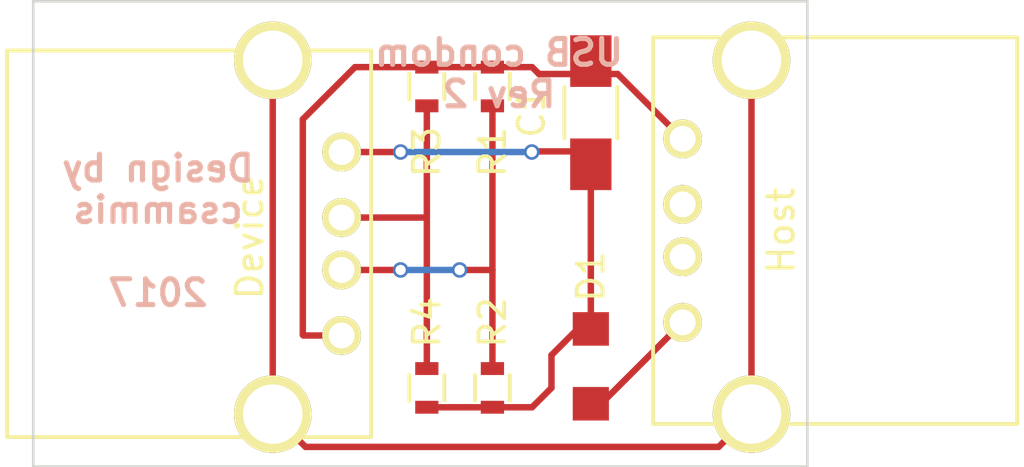
<source format=kicad_pcb>
(kicad_pcb (version 4) (host pcbnew 4.0.4-stable)

  (general
    (links 16)
    (no_connects 0)
    (area 146.761999 100.533999 176.834001 118.668001)
    (thickness 1.6)
    (drawings 8)
    (tracks 43)
    (zones 0)
    (modules 8)
    (nets 9)
  )

  (page A4)
  (layers
    (0 F.Cu signal)
    (31 B.Cu signal)
    (32 B.Adhes user)
    (33 F.Adhes user)
    (34 B.Paste user)
    (35 F.Paste user)
    (36 B.SilkS user)
    (37 F.SilkS user)
    (38 B.Mask user)
    (39 F.Mask user)
    (40 Dwgs.User user)
    (41 Cmts.User user)
    (42 Eco1.User user)
    (43 Eco2.User user)
    (44 Edge.Cuts user)
    (45 Margin user)
    (46 B.CrtYd user)
    (47 F.CrtYd user)
    (48 B.Fab user)
    (49 F.Fab user)
  )

  (setup
    (last_trace_width 0.25)
    (trace_clearance 0.2)
    (zone_clearance 0.508)
    (zone_45_only no)
    (trace_min 0.2)
    (segment_width 0.2)
    (edge_width 0.1)
    (via_size 0.6)
    (via_drill 0.4)
    (via_min_size 0.4)
    (via_min_drill 0.3)
    (uvia_size 0.3)
    (uvia_drill 0.1)
    (uvias_allowed no)
    (uvia_min_size 0.2)
    (uvia_min_drill 0.1)
    (pcb_text_width 0.3)
    (pcb_text_size 1.5 1.5)
    (mod_edge_width 0.15)
    (mod_text_size 1 1)
    (mod_text_width 0.15)
    (pad_size 1.5 1.5)
    (pad_drill 0.6)
    (pad_to_mask_clearance 0)
    (aux_axis_origin 0 0)
    (visible_elements FFFFFF7F)
    (pcbplotparams
      (layerselection 0x00030_80000001)
      (usegerberextensions false)
      (excludeedgelayer true)
      (linewidth 0.100000)
      (plotframeref false)
      (viasonmask false)
      (mode 1)
      (useauxorigin false)
      (hpglpennumber 1)
      (hpglpenspeed 20)
      (hpglpendiameter 15)
      (hpglpenoverlay 2)
      (psnegative false)
      (psa4output false)
      (plotreference true)
      (plotvalue true)
      (plotinvisibletext false)
      (padsonsilk false)
      (subtractmaskfromsilk false)
      (outputformat 1)
      (mirror false)
      (drillshape 1)
      (scaleselection 1)
      (outputdirectory ""))
  )

  (net 0 "")
  (net 1 /VCCphone)
  (net 2 /GND)
  (net 3 /VCC)
  (net 4 "Net-(P1-Pad3)")
  (net 5 "Net-(P1-Pad2)")
  (net 6 /D+)
  (net 7 /D-)
  (net 8 /SHLD)

  (net_class Default "This is the default net class."
    (clearance 0.2)
    (trace_width 0.25)
    (via_dia 0.6)
    (via_drill 0.4)
    (uvia_dia 0.3)
    (uvia_drill 0.1)
    (add_net /D+)
    (add_net /D-)
    (add_net /GND)
    (add_net /SHLD)
    (add_net /VCC)
    (add_net /VCCphone)
    (add_net "Net-(P1-Pad2)")
    (add_net "Net-(P1-Pad3)")
  )

  (module Library:DO-219AB (layer F.Cu) (tedit 59E2D530) (tstamp 59C3074F)
    (at 170.942 113.284 270)
    (path /58C0BEC8)
    (fp_text reference D1 (at -2.032 2.54 270) (layer F.SilkS)
      (effects (font (size 1 1) (thickness 0.15)))
    )
    (fp_text value SR206 (at 1.524 0 270) (layer F.Fab)
      (effects (font (size 1 1) (thickness 0.15)))
    )
    (pad 1 smd rect (at 0 2.54 270) (size 1.3 1.4) (layers F.Cu F.Paste F.Mask)
      (net 1 /VCCphone))
    (pad 2 smd rect (at 2.9 2.54 270) (size 1.3 1.4) (layers F.Cu F.Paste F.Mask)
      (net 3 /VCC))
  )

  (module Resistors_SMD:R_0603 (layer F.Cu) (tedit 59E2D78C) (tstamp 59C3077F)
    (at 164.592 103.886 270)
    (descr "Resistor SMD 0603, reflow soldering, Vishay (see dcrcw.pdf)")
    (tags "resistor 0603")
    (path /58C0C050)
    (attr smd)
    (fp_text reference R1 (at 2.54 0 270) (layer F.SilkS)
      (effects (font (size 1 1) (thickness 0.15)))
    )
    (fp_text value 75K (at 0 1.9 270) (layer F.Fab)
      (effects (font (size 1 1) (thickness 0.15)))
    )
    (fp_line (start -1.3 -0.8) (end 1.3 -0.8) (layer F.CrtYd) (width 0.05))
    (fp_line (start -1.3 0.8) (end 1.3 0.8) (layer F.CrtYd) (width 0.05))
    (fp_line (start -1.3 -0.8) (end -1.3 0.8) (layer F.CrtYd) (width 0.05))
    (fp_line (start 1.3 -0.8) (end 1.3 0.8) (layer F.CrtYd) (width 0.05))
    (fp_line (start 0.5 0.675) (end -0.5 0.675) (layer F.SilkS) (width 0.15))
    (fp_line (start -0.5 -0.675) (end 0.5 -0.675) (layer F.SilkS) (width 0.15))
    (pad 1 smd rect (at -0.75 0 270) (size 0.5 0.9) (layers F.Cu F.Paste F.Mask)
      (net 2 /GND))
    (pad 2 smd rect (at 0.75 0 270) (size 0.5 0.9) (layers F.Cu F.Paste F.Mask)
      (net 6 /D+))
    (model Resistors_SMD.3dshapes/R_0603.wrl
      (at (xyz 0 0 0))
      (scale (xyz 1 1 1))
      (rotate (xyz 0 0 0))
    )
  )

  (module Resistors_SMD:R_0603 (layer F.Cu) (tedit 59E2D5AE) (tstamp 59C3078B)
    (at 164.592 115.57 270)
    (descr "Resistor SMD 0603, reflow soldering, Vishay (see dcrcw.pdf)")
    (tags "resistor 0603")
    (path /58C0C0A1)
    (attr smd)
    (fp_text reference R2 (at -2.54 0 270) (layer F.SilkS)
      (effects (font (size 1 1) (thickness 0.15)))
    )
    (fp_text value 49.9K (at 0 1.9 270) (layer F.Fab)
      (effects (font (size 1 1) (thickness 0.15)))
    )
    (fp_line (start -1.3 -0.8) (end 1.3 -0.8) (layer F.CrtYd) (width 0.05))
    (fp_line (start -1.3 0.8) (end 1.3 0.8) (layer F.CrtYd) (width 0.05))
    (fp_line (start -1.3 -0.8) (end -1.3 0.8) (layer F.CrtYd) (width 0.05))
    (fp_line (start 1.3 -0.8) (end 1.3 0.8) (layer F.CrtYd) (width 0.05))
    (fp_line (start 0.5 0.675) (end -0.5 0.675) (layer F.SilkS) (width 0.15))
    (fp_line (start -0.5 -0.675) (end 0.5 -0.675) (layer F.SilkS) (width 0.15))
    (pad 1 smd rect (at -0.75 0 270) (size 0.5 0.9) (layers F.Cu F.Paste F.Mask)
      (net 6 /D+))
    (pad 2 smd rect (at 0.75 0 270) (size 0.5 0.9) (layers F.Cu F.Paste F.Mask)
      (net 1 /VCCphone))
    (model Resistors_SMD.3dshapes/R_0603.wrl
      (at (xyz 0 0 0))
      (scale (xyz 1 1 1))
      (rotate (xyz 0 0 0))
    )
  )

  (module Resistors_SMD:R_0603 (layer F.Cu) (tedit 59E2D78A) (tstamp 59C30797)
    (at 162.052 103.886 270)
    (descr "Resistor SMD 0603, reflow soldering, Vishay (see dcrcw.pdf)")
    (tags "resistor 0603")
    (path /599E2A61)
    (attr smd)
    (fp_text reference R3 (at 2.54 0 270) (layer F.SilkS)
      (effects (font (size 1 1) (thickness 0.15)))
    )
    (fp_text value 59K (at 0 1.9 270) (layer F.Fab)
      (effects (font (size 1 1) (thickness 0.15)))
    )
    (fp_line (start -1.3 -0.8) (end 1.3 -0.8) (layer F.CrtYd) (width 0.05))
    (fp_line (start -1.3 0.8) (end 1.3 0.8) (layer F.CrtYd) (width 0.05))
    (fp_line (start -1.3 -0.8) (end -1.3 0.8) (layer F.CrtYd) (width 0.05))
    (fp_line (start 1.3 -0.8) (end 1.3 0.8) (layer F.CrtYd) (width 0.05))
    (fp_line (start 0.5 0.675) (end -0.5 0.675) (layer F.SilkS) (width 0.15))
    (fp_line (start -0.5 -0.675) (end 0.5 -0.675) (layer F.SilkS) (width 0.15))
    (pad 1 smd rect (at -0.75 0 270) (size 0.5 0.9) (layers F.Cu F.Paste F.Mask)
      (net 2 /GND))
    (pad 2 smd rect (at 0.75 0 270) (size 0.5 0.9) (layers F.Cu F.Paste F.Mask)
      (net 7 /D-))
    (model Resistors_SMD.3dshapes/R_0603.wrl
      (at (xyz 0 0 0))
      (scale (xyz 1 1 1))
      (rotate (xyz 0 0 0))
    )
  )

  (module Resistors_SMD:R_0603 (layer F.Cu) (tedit 59E2D5B2) (tstamp 59C307A3)
    (at 162.052 115.57 270)
    (descr "Resistor SMD 0603, reflow soldering, Vishay (see dcrcw.pdf)")
    (tags "resistor 0603")
    (path /599E2AB2)
    (attr smd)
    (fp_text reference R4 (at -2.54 0 270) (layer F.SilkS)
      (effects (font (size 1 1) (thickness 0.15)))
    )
    (fp_text value 49.9K (at 0 1.9 270) (layer F.Fab)
      (effects (font (size 1 1) (thickness 0.15)))
    )
    (fp_line (start -1.3 -0.8) (end 1.3 -0.8) (layer F.CrtYd) (width 0.05))
    (fp_line (start -1.3 0.8) (end 1.3 0.8) (layer F.CrtYd) (width 0.05))
    (fp_line (start -1.3 -0.8) (end -1.3 0.8) (layer F.CrtYd) (width 0.05))
    (fp_line (start 1.3 -0.8) (end 1.3 0.8) (layer F.CrtYd) (width 0.05))
    (fp_line (start 0.5 0.675) (end -0.5 0.675) (layer F.SilkS) (width 0.15))
    (fp_line (start -0.5 -0.675) (end 0.5 -0.675) (layer F.SilkS) (width 0.15))
    (pad 1 smd rect (at -0.75 0 270) (size 0.5 0.9) (layers F.Cu F.Paste F.Mask)
      (net 7 /D-))
    (pad 2 smd rect (at 0.75 0 270) (size 0.5 0.9) (layers F.Cu F.Paste F.Mask)
      (net 1 /VCCphone))
    (model Resistors_SMD.3dshapes/R_0603.wrl
      (at (xyz 0 0 0))
      (scale (xyz 1 1 1))
      (rotate (xyz 0 0 0))
    )
  )

  (module Connect:USB_A (layer F.Cu) (tedit 59E2D53D) (tstamp 59E2CFFB)
    (at 171.958 113.03 90)
    (descr "USB A connector")
    (tags "USB USB_A")
    (path /58C0BE71)
    (fp_text reference "" (at 3.048 -2.286 90) (layer F.SilkS)
      (effects (font (size 1 1) (thickness 0.15)))
    )
    (fp_text value To_Source (at 3.83794 7.43458 90) (layer F.Fab)
      (effects (font (size 1 1) (thickness 0.15)))
    )
    (fp_line (start -5.3 13.2) (end -5.3 -1.4) (layer F.CrtYd) (width 0.05))
    (fp_line (start 11.95 -1.4) (end 11.95 13.2) (layer F.CrtYd) (width 0.05))
    (fp_line (start -5.3 13.2) (end 11.95 13.2) (layer F.CrtYd) (width 0.05))
    (fp_line (start -5.3 -1.4) (end 11.95 -1.4) (layer F.CrtYd) (width 0.05))
    (fp_line (start 11.04986 -1.14512) (end 11.04986 12.95188) (layer F.SilkS) (width 0.15))
    (fp_line (start -3.93614 12.95188) (end -3.93614 -1.14512) (layer F.SilkS) (width 0.15))
    (fp_line (start 11.04986 -1.14512) (end -3.93614 -1.14512) (layer F.SilkS) (width 0.15))
    (fp_line (start 11.04986 12.95188) (end -3.93614 12.95188) (layer F.SilkS) (width 0.15))
    (pad 4 thru_hole circle (at 7.11286 -0.00212) (size 1.50114 1.50114) (drill 1.00076) (layers *.Cu *.Mask F.SilkS)
      (net 2 /GND))
    (pad 3 thru_hole circle (at 4.57286 -0.00212) (size 1.50114 1.50114) (drill 1.00076) (layers *.Cu *.Mask F.SilkS)
      (net 4 "Net-(P1-Pad3)"))
    (pad 2 thru_hole circle (at 2.54086 -0.00212) (size 1.50114 1.50114) (drill 1.00076) (layers *.Cu *.Mask F.SilkS)
      (net 5 "Net-(P1-Pad2)"))
    (pad 1 thru_hole circle (at 0.00086 -0.00212) (size 1.50114 1.50114) (drill 1.00076) (layers *.Cu *.Mask F.SilkS)
      (net 3 /VCC))
    (pad 5 thru_hole circle (at 10.16086 2.66488) (size 2.99974 2.99974) (drill 2.30124) (layers *.Cu *.Mask F.SilkS)
      (net 8 /SHLD))
    (pad 5 thru_hole circle (at -3.55514 2.66488) (size 2.99974 2.99974) (drill 2.30124) (layers *.Cu *.Mask F.SilkS)
      (net 8 /SHLD))
    (model Connect.3dshapes/USB_A.wrl
      (at (xyz 0.14 0 0))
      (scale (xyz 1 1 1))
      (rotate (xyz 0 0 90))
    )
  )

  (module Connect:USB_A (layer F.Cu) (tedit 59E2D546) (tstamp 59E2D00D)
    (at 158.75 106.426 270)
    (descr "USB A connector")
    (tags "USB USB_A")
    (path /58C0BB21)
    (fp_text reference "" (at 3.556 -2.286 270) (layer F.SilkS)
      (effects (font (size 1 1) (thickness 0.15)))
    )
    (fp_text value To_Phone (at 3.83794 7.43458 270) (layer F.Fab)
      (effects (font (size 1 1) (thickness 0.15)))
    )
    (fp_line (start -5.3 13.2) (end -5.3 -1.4) (layer F.CrtYd) (width 0.05))
    (fp_line (start 11.95 -1.4) (end 11.95 13.2) (layer F.CrtYd) (width 0.05))
    (fp_line (start -5.3 13.2) (end 11.95 13.2) (layer F.CrtYd) (width 0.05))
    (fp_line (start -5.3 -1.4) (end 11.95 -1.4) (layer F.CrtYd) (width 0.05))
    (fp_line (start 11.04986 -1.14512) (end 11.04986 12.95188) (layer F.SilkS) (width 0.15))
    (fp_line (start -3.93614 12.95188) (end -3.93614 -1.14512) (layer F.SilkS) (width 0.15))
    (fp_line (start 11.04986 -1.14512) (end -3.93614 -1.14512) (layer F.SilkS) (width 0.15))
    (fp_line (start 11.04986 12.95188) (end -3.93614 12.95188) (layer F.SilkS) (width 0.15))
    (pad 4 thru_hole circle (at 7.11286 -0.00212 180) (size 1.50114 1.50114) (drill 1.00076) (layers *.Cu *.Mask F.SilkS)
      (net 2 /GND))
    (pad 3 thru_hole circle (at 4.57286 -0.00212 180) (size 1.50114 1.50114) (drill 1.00076) (layers *.Cu *.Mask F.SilkS)
      (net 6 /D+))
    (pad 2 thru_hole circle (at 2.54086 -0.00212 180) (size 1.50114 1.50114) (drill 1.00076) (layers *.Cu *.Mask F.SilkS)
      (net 7 /D-))
    (pad 1 thru_hole circle (at 0.00086 -0.00212 180) (size 1.50114 1.50114) (drill 1.00076) (layers *.Cu *.Mask F.SilkS)
      (net 1 /VCCphone))
    (pad 5 thru_hole circle (at 10.16086 2.66488 180) (size 2.99974 2.99974) (drill 2.30124) (layers *.Cu *.Mask F.SilkS)
      (net 8 /SHLD))
    (pad 5 thru_hole circle (at -3.55514 2.66488 180) (size 2.99974 2.99974) (drill 2.30124) (layers *.Cu *.Mask F.SilkS)
      (net 8 /SHLD))
    (model Connect.3dshapes/USB_A.wrl
      (at (xyz 0.14 0 0))
      (scale (xyz 1 1 1))
      (rotate (xyz 0 0 90))
    )
  )

  (module Capacitors_SMD:C_1206_HandSoldering (layer F.Cu) (tedit 541A9C03) (tstamp 59E3A743)
    (at 168.402 104.902 90)
    (descr "Capacitor SMD 1206, hand soldering")
    (tags "capacitor 1206")
    (path /58C0D3FB)
    (attr smd)
    (fp_text reference C1 (at 0 -2.3 90) (layer F.SilkS)
      (effects (font (size 1 1) (thickness 0.15)))
    )
    (fp_text value 100uF (at 0 2.3 90) (layer F.Fab)
      (effects (font (size 1 1) (thickness 0.15)))
    )
    (fp_line (start -3.3 -1.15) (end 3.3 -1.15) (layer F.CrtYd) (width 0.05))
    (fp_line (start -3.3 1.15) (end 3.3 1.15) (layer F.CrtYd) (width 0.05))
    (fp_line (start -3.3 -1.15) (end -3.3 1.15) (layer F.CrtYd) (width 0.05))
    (fp_line (start 3.3 -1.15) (end 3.3 1.15) (layer F.CrtYd) (width 0.05))
    (fp_line (start 1 -1.025) (end -1 -1.025) (layer F.SilkS) (width 0.15))
    (fp_line (start -1 1.025) (end 1 1.025) (layer F.SilkS) (width 0.15))
    (pad 1 smd rect (at -2 0 90) (size 2 1.6) (layers F.Cu F.Paste F.Mask)
      (net 1 /VCCphone))
    (pad 2 smd rect (at 2 0 90) (size 2 1.6) (layers F.Cu F.Paste F.Mask)
      (net 2 /GND))
    (model Capacitors_SMD.3dshapes/C_1206_HandSoldering.wrl
      (at (xyz 0 0 0))
      (scale (xyz 1 1 1))
      (rotate (xyz 0 0 0))
    )
  )

  (gr_text Device (at 155.194 109.728 90) (layer F.SilkS)
    (effects (font (size 1 1) (thickness 0.15)))
  )
  (gr_text Host (at 175.768 109.474 90) (layer F.SilkS)
    (effects (font (size 1 1) (thickness 0.15)))
  )
  (gr_line (start 146.812 100.584) (end 176.784 100.584) (angle 90) (layer Edge.Cuts) (width 0.1))
  (gr_line (start 146.812 118.618) (end 146.812 100.584) (angle 90) (layer Edge.Cuts) (width 0.1))
  (gr_line (start 176.784 118.618) (end 146.812 118.618) (angle 90) (layer Edge.Cuts) (width 0.1))
  (gr_line (start 176.784 100.584) (end 176.784 118.618) (angle 90) (layer Edge.Cuts) (width 0.1))
  (gr_text "Design by\ncsammis\n\n2017" (at 151.638 109.474) (layer B.SilkS)
    (effects (font (size 1 1) (thickness 0.2)) (justify mirror))
  )
  (gr_text "USB condom\nRev 2" (at 164.846 103.378) (layer B.SilkS)
    (effects (font (size 1 1) (thickness 0.2)) (justify mirror))
  )

  (segment (start 158.75212 106.42686) (end 161.03514 106.42686) (width 0.25) (layer F.Cu) (net 1))
  (segment (start 166.14 106.402) (end 168.402 106.402) (width 0.25) (layer F.Cu) (net 1) (tstamp 59E2D6C2))
  (segment (start 166.116 106.426) (end 166.14 106.402) (width 0.25) (layer F.Cu) (net 1) (tstamp 59E2D6C1))
  (via (at 166.116 106.426) (size 0.6) (drill 0.4) (layers F.Cu B.Cu) (net 1))
  (segment (start 161.036 106.426) (end 166.116 106.426) (width 0.25) (layer B.Cu) (net 1) (tstamp 59E2D6BA))
  (via (at 161.036 106.426) (size 0.6) (drill 0.4) (layers F.Cu B.Cu) (net 1))
  (segment (start 161.03514 106.42686) (end 161.036 106.426) (width 0.25) (layer F.Cu) (net 1) (tstamp 59E2D6B4))
  (segment (start 162.052 116.32) (end 164.592 116.32) (width 0.25) (layer F.Cu) (net 1))
  (segment (start 168.402 113.284) (end 167.894 113.284) (width 0.25) (layer F.Cu) (net 1))
  (segment (start 167.894 113.284) (end 166.878 114.3) (width 0.25) (layer F.Cu) (net 1) (tstamp 59C32A57))
  (segment (start 166.128 116.32) (end 164.338 116.32) (width 0.25) (layer F.Cu) (net 1) (tstamp 59C32A6B))
  (segment (start 166.878 115.57) (end 166.128 116.32) (width 0.25) (layer F.Cu) (net 1) (tstamp 59C32A67))
  (segment (start 166.878 114.3) (end 166.878 115.57) (width 0.25) (layer F.Cu) (net 1) (tstamp 59C32A61))
  (segment (start 168.402 106.402) (end 168.402 113.284) (width 0.25) (layer F.Cu) (net 1))
  (segment (start 162.052 103.136) (end 159.27 103.136) (width 0.25) (layer F.Cu) (net 2))
  (segment (start 157.27486 113.53886) (end 158.75212 113.53886) (width 0.25) (layer F.Cu) (net 2) (tstamp 59E2D713))
  (segment (start 157.25 113.514) (end 157.27486 113.53886) (width 0.25) (layer F.Cu) (net 2) (tstamp 59E2D70F))
  (segment (start 157.25 105.156) (end 157.25 113.514) (width 0.25) (layer F.Cu) (net 2) (tstamp 59E2D705))
  (segment (start 159.27 103.136) (end 157.25 105.156) (width 0.25) (layer F.Cu) (net 2) (tstamp 59E2D704))
  (segment (start 164.592 103.136) (end 166.128 103.136) (width 0.25) (layer F.Cu) (net 2))
  (segment (start 166.394 103.402) (end 168.402 103.402) (width 0.25) (layer F.Cu) (net 2) (tstamp 59E2D608))
  (segment (start 166.128 103.136) (end 166.394 103.402) (width 0.25) (layer F.Cu) (net 2) (tstamp 59E2D605))
  (segment (start 162.052 103.136) (end 164.592 103.136) (width 0.25) (layer F.Cu) (net 2))
  (segment (start 168.402 103.402) (end 169.44074 103.402) (width 0.25) (layer F.Cu) (net 2))
  (segment (start 169.44074 103.402) (end 171.95588 105.91714) (width 0.25) (layer F.Cu) (net 2) (tstamp 59E2D2A9))
  (segment (start 168.402 116.184) (end 168.80102 116.184) (width 0.25) (layer F.Cu) (net 3))
  (segment (start 168.80102 116.184) (end 171.95588 113.02914) (width 0.25) (layer F.Cu) (net 3) (tstamp 59E2D2E2))
  (segment (start 158.75212 110.99886) (end 161.03514 110.99886) (width 0.25) (layer F.Cu) (net 6))
  (segment (start 163.322 110.998) (end 164.592 110.998) (width 0.25) (layer F.Cu) (net 6) (tstamp 59E2D6A2))
  (via (at 163.322 110.998) (size 0.6) (drill 0.4) (layers F.Cu B.Cu) (net 6))
  (segment (start 161.036 110.998) (end 163.322 110.998) (width 0.25) (layer B.Cu) (net 6) (tstamp 59E2D69F))
  (via (at 161.036 110.998) (size 0.6) (drill 0.4) (layers F.Cu B.Cu) (net 6))
  (segment (start 161.03514 110.99886) (end 161.036 110.998) (width 0.25) (layer F.Cu) (net 6) (tstamp 59E2D69B))
  (segment (start 164.592 104.636) (end 164.592 110.998) (width 0.25) (layer F.Cu) (net 6))
  (segment (start 164.592 110.998) (end 164.592 114.82) (width 0.25) (layer F.Cu) (net 6) (tstamp 59E2D6A5))
  (segment (start 158.75212 108.96686) (end 162.052 108.96686) (width 0.25) (layer F.Cu) (net 7))
  (segment (start 162.052 104.636) (end 162.052 108.96686) (width 0.25) (layer F.Cu) (net 7))
  (segment (start 162.052 108.96686) (end 162.052 114.82) (width 0.25) (layer F.Cu) (net 7) (tstamp 59E2D686))
  (segment (start 156.08512 102.87086) (end 156.08512 116.58686) (width 0.25) (layer F.Cu) (net 8))
  (segment (start 156.08512 116.58686) (end 157.35426 117.856) (width 0.25) (layer F.Cu) (net 8) (tstamp 59E2D73E))
  (segment (start 157.35426 117.856) (end 173.35202 117.856) (width 0.25) (layer F.Cu) (net 8) (tstamp 59E2D742))
  (segment (start 173.35202 117.856) (end 174.62288 116.58514) (width 0.25) (layer F.Cu) (net 8) (tstamp 59E2D755))
  (segment (start 174.62288 102.86914) (end 174.62288 116.58514) (width 0.25) (layer F.Cu) (net 8))

)

</source>
